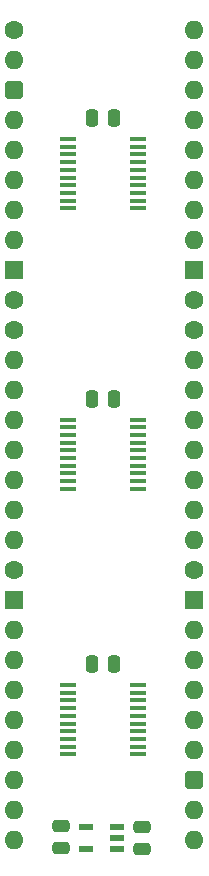
<source format=gts>
%TF.GenerationSoftware,KiCad,Pcbnew,9.0.7-9.0.7~ubuntu24.04.1*%
%TF.CreationDate,2026-01-23T19:46:08+02:00*%
%TF.ProjectId,Main Address Buffer,4d61696e-2041-4646-9472-657373204275,V0*%
%TF.SameCoordinates,Original*%
%TF.FileFunction,Soldermask,Top*%
%TF.FilePolarity,Negative*%
%FSLAX46Y46*%
G04 Gerber Fmt 4.6, Leading zero omitted, Abs format (unit mm)*
G04 Created by KiCad (PCBNEW 9.0.7-9.0.7~ubuntu24.04.1) date 2026-01-23 19:46:08*
%MOMM*%
%LPD*%
G01*
G04 APERTURE LIST*
G04 Aperture macros list*
%AMRoundRect*
0 Rectangle with rounded corners*
0 $1 Rounding radius*
0 $2 $3 $4 $5 $6 $7 $8 $9 X,Y pos of 4 corners*
0 Add a 4 corners polygon primitive as box body*
4,1,4,$2,$3,$4,$5,$6,$7,$8,$9,$2,$3,0*
0 Add four circle primitives for the rounded corners*
1,1,$1+$1,$2,$3*
1,1,$1+$1,$4,$5*
1,1,$1+$1,$6,$7*
1,1,$1+$1,$8,$9*
0 Add four rect primitives between the rounded corners*
20,1,$1+$1,$2,$3,$4,$5,0*
20,1,$1+$1,$4,$5,$6,$7,0*
20,1,$1+$1,$6,$7,$8,$9,0*
20,1,$1+$1,$8,$9,$2,$3,0*%
G04 Aperture macros list end*
%ADD10R,1.475000X0.450000*%
%ADD11RoundRect,0.250000X0.250000X0.475000X-0.250000X0.475000X-0.250000X-0.475000X0.250000X-0.475000X0*%
%ADD12RoundRect,0.250000X-0.475000X0.250000X-0.475000X-0.250000X0.475000X-0.250000X0.475000X0.250000X0*%
%ADD13RoundRect,0.250000X0.475000X-0.250000X0.475000X0.250000X-0.475000X0.250000X-0.475000X-0.250000X0*%
%ADD14C,1.600000*%
%ADD15O,1.600000X1.600000*%
%ADD16RoundRect,0.400000X-0.400000X-0.400000X0.400000X-0.400000X0.400000X0.400000X-0.400000X0.400000X0*%
%ADD17R,1.600000X1.600000*%
%ADD18R,1.150000X0.600000*%
G04 APERTURE END LIST*
D10*
%TO.C,IC1*%
X4555000Y-55495000D03*
X4555000Y-56145000D03*
X4555000Y-56795000D03*
X4555000Y-57445000D03*
X4555000Y-58095000D03*
X4555000Y-58745000D03*
X4555000Y-59395000D03*
X4555000Y-60045000D03*
X4555000Y-60695000D03*
X4555000Y-61345000D03*
X10431000Y-61345000D03*
X10431000Y-60695000D03*
X10431000Y-60045000D03*
X10431000Y-59395000D03*
X10431000Y-58745000D03*
X10431000Y-58095000D03*
X10431000Y-57445000D03*
X10431000Y-56795000D03*
X10431000Y-56145000D03*
X10431000Y-55495000D03*
%TD*%
%TO.C,IC4*%
X4555000Y-33016000D03*
X4555000Y-33666000D03*
X4555000Y-34316000D03*
X4555000Y-34966000D03*
X4555000Y-35616000D03*
X4555000Y-36266000D03*
X4555000Y-36916000D03*
X4555000Y-37566000D03*
X4555000Y-38216000D03*
X4555000Y-38866000D03*
X10431000Y-38866000D03*
X10431000Y-38216000D03*
X10431000Y-37566000D03*
X10431000Y-36916000D03*
X10431000Y-36266000D03*
X10431000Y-35616000D03*
X10431000Y-34966000D03*
X10431000Y-34316000D03*
X10431000Y-33666000D03*
X10431000Y-33016000D03*
%TD*%
D11*
%TO.C,C3*%
X8427000Y-7493000D03*
X6527000Y-7493000D03*
%TD*%
%TO.C,C2*%
X8443000Y-31242000D03*
X6543000Y-31242000D03*
%TD*%
%TO.C,C1*%
X8443000Y-53721000D03*
X6543000Y-53721000D03*
%TD*%
D12*
%TO.C,C9*%
X3937000Y-67392000D03*
X3937000Y-69292000D03*
%TD*%
D13*
%TO.C,C8*%
X10795000Y-69387000D03*
X10795000Y-67487000D03*
%TD*%
D10*
%TO.C,IC3*%
X4555000Y-9267000D03*
X4555000Y-9917000D03*
X4555000Y-10567000D03*
X4555000Y-11217000D03*
X4555000Y-11867000D03*
X4555000Y-12517000D03*
X4555000Y-13167000D03*
X4555000Y-13817000D03*
X4555000Y-14467000D03*
X4555000Y-15117000D03*
X10431000Y-15117000D03*
X10431000Y-14467000D03*
X10431000Y-13817000D03*
X10431000Y-13167000D03*
X10431000Y-12517000D03*
X10431000Y-11867000D03*
X10431000Y-11217000D03*
X10431000Y-10567000D03*
X10431000Y-9917000D03*
X10431000Y-9267000D03*
%TD*%
D14*
%TO.C,J2*%
X0Y0D03*
D15*
X0Y-2540000D03*
D16*
X0Y-5080000D03*
D15*
X0Y-7620000D03*
X0Y-10160000D03*
X0Y-12700000D03*
X0Y-15240000D03*
X0Y-17780000D03*
D17*
X0Y-20320000D03*
D14*
X0Y-22860000D03*
X0Y-25400000D03*
D15*
X0Y-27940000D03*
X0Y-30480000D03*
X0Y-33020000D03*
X0Y-35560000D03*
X0Y-38100000D03*
X0Y-40640000D03*
X0Y-43180000D03*
D14*
X0Y-45720000D03*
D17*
X0Y-48260000D03*
D15*
X0Y-50800000D03*
X0Y-53340000D03*
X0Y-55880000D03*
X0Y-58420000D03*
X0Y-60960000D03*
X0Y-63500000D03*
X0Y-66040000D03*
X0Y-68580000D03*
X15240000Y-68580000D03*
X15240000Y-66040000D03*
D16*
X15240000Y-63500000D03*
D15*
X15240000Y-60960000D03*
X15240000Y-58420000D03*
X15240000Y-55880000D03*
X15240000Y-53340000D03*
X15240000Y-50800000D03*
D17*
X15240000Y-48260000D03*
D14*
X15240000Y-45720000D03*
D15*
X15240000Y-43180000D03*
X15240000Y-40640000D03*
X15240000Y-38100000D03*
X15240000Y-35560000D03*
X15240000Y-33020000D03*
X15240000Y-30480000D03*
X15240000Y-27940000D03*
D14*
X15240000Y-25400000D03*
X15240000Y-22860000D03*
D17*
X15240000Y-20320000D03*
D15*
X15240000Y-17780000D03*
X15240000Y-15240000D03*
X15240000Y-12700000D03*
X15240000Y-10160000D03*
X15240000Y-7620000D03*
X15240000Y-5080000D03*
X15240000Y-2540000D03*
X15240000Y0D03*
%TD*%
D18*
%TO.C,IC5*%
X8666000Y-69403000D03*
X8666000Y-68453000D03*
X8666000Y-67503000D03*
X6066000Y-67503000D03*
X6066000Y-69403000D03*
%TD*%
M02*

</source>
